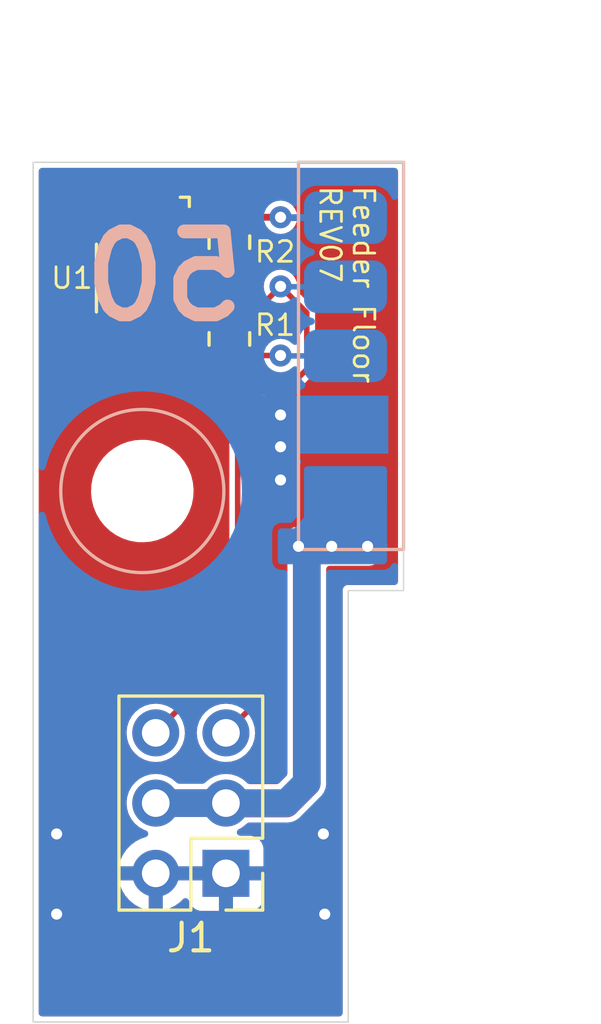
<source format=kicad_pcb>
(kicad_pcb (version 20221018) (generator pcbnew)
  (layers (0 "F.Cu" signal) (31 "B.Cu" signal) (34 "B.Paste" user) (35 "F.Paste" user) (36 "B.SilkS" user "B.Silkscreen") (37 "F.SilkS" user "F.Silkscreen") (38 "B.Mask" user) (39 "F.Mask" user) (44 "Edge.Cuts" user))
  (net 0 "")
  (net 1 "GND")
  (net 2 "1WIRE")
  (net 3 "VIN")
  (net 4 "RS-485+")
  (net 5 "RS-485-")
  (footprint "Connector_PinHeader_2.54mm:PinHeader_2x03_P2.54mm_Vertical" (layer "F.Cu") (at 28.225 50.825 180)
    (fp_text reference "J1" (at 1.27 -2.33 180) (layer "F.SilkS"))
    (fp_text value "IDC")
    (fp_line (start -1.33 -1.33) (end 0 -1.33) (stroke (width 0.12)) (layer "F.SilkS"))
    (fp_line (start -1.33 0) (end -1.33 -1.33) (stroke (width 0.12)) (layer "F.SilkS"))
    (fp_line (start -1.33 1.27) (end -1.33 6.41) (stroke (width 0.12)) (layer "F.SilkS"))
    (fp_line (start -1.33 1.27) (end 1.27 1.27) (stroke (width 0.12)) (layer "F.SilkS"))
    (fp_line (start -1.33 6.41) (end 3.87 6.41) (stroke (width 0.12)) (layer "F.SilkS"))
    (fp_line (start 1.27 -1.33) (end 3.87 -1.33) (stroke (width 0.12)) (layer "F.SilkS"))
    (fp_line (start 1.27 1.27) (end 1.27 -1.33) (stroke (width 0.12)) (layer "F.SilkS"))
    (fp_line (start 3.87 -1.33) (end 3.87 6.41) (stroke (width 0.12)) (layer "F.SilkS"))
    (pad "1" thru_hole rect (at 0 0 180) (size 1.7 1.7) (drill 1) (layers "*.Cu" "*.Mask") (net 1 "GND"))
    (pad "2" thru_hole oval (at 2.54 0 180) (size 1.7 1.7) (drill 1) (layers "*.Cu" "*.Mask") (net 1 "GND"))
    (pad "3" thru_hole oval (at 0 2.54 180) (size 1.7 1.7) (drill 1) (layers "*.Cu" "*.Mask") (net 3 "VIN"))
    (pad "4" thru_hole oval (at 2.54 2.54 180) (size 1.7 1.7) (drill 1) (layers "*.Cu" "*.Mask") (net 3 "VIN"))
    (pad "5" thru_hole oval (at 0 5.08 180) (size 1.7 1.7) (drill 1) (layers "*.Cu" "*.Mask") (net 4 "RS-485+"))
    (pad "6" thru_hole oval (at 2.54 5.08 180) (size 1.7 1.7) (drill 1) (layers "*.Cu" "*.Mask") (net 5 "RS-485-"))
  )
  (footprint "MountingHole:MountingHole_3.2mm_M3" (layer "F.Cu") (at 25.2 37)
    (fp_text reference "H1" hide)
    (fp_text value "MountingHole")
    (pad "" np_thru_hole circle (at 0 0) (size 3.2 3.2) (drill 3.2) (layers "*.Cu" "*.Mask"))
  )
  (footprint "feeder:DS28E07_MULTI" (layer "F.Cu") (at 25.15 29.3 -90)
    (fp_text reference "U1" (at 0 2.5 180) (layer "F.SilkS") (effects (font (size 0.75 0.75) (thickness 0.1))))
    (fp_text value "DS28E07")
    (fp_line (start -1.15 -0.9) (end -0.75 -0.5) (stroke (width 0.2)) (layer "F.Cu"))
    (fp_line (start -0.75 -0.5) (end -0.75 0.45) (stroke (width 0.2)) (layer "F.Cu"))
    (fp_line (start -0.75 0.45) (end -1.15 0.9) (stroke (width 0.2)) (layer "F.Cu"))
    (fp_line (start -2.925 -1.75) (end -2.5875 -1.75) (stroke (width 0.12)) (layer "F.SilkS"))
    (fp_line (start -2.925 -1.425) (end -2.925 -1.75) (stroke (width 0.12)) (layer "F.SilkS"))
    (fp_line (start -1.225 1.61) (end 1.225 1.61) (stroke (width 0.12)) (layer "F.SilkS"))
    (fp_line (start 0 -1.61) (end 1.225 -1.61) (stroke (width 0.12)) (layer "F.SilkS"))
    (pad "1" smd custom (at -1.45 -1 270) (size 0.8 0.4) (layers "F.Cu" "F.Paste" "F.Mask") (net 1 "GND") (options (clearance outline) (anchor rect)) (primitives (gr_poly (pts (xy 0.1 -0.125) (xy -1.2 -0.125) (xy -1.2 -0.475) (xy 0.1 -0.475)) (width 0.2) (fill yes))))
    (pad "2" smd custom (at -1.45 0 270) (size 0.8 0.4) (layers "F.Cu" "F.Paste" "F.Mask") (net 2 "1WIRE") (options (clearance outline) (anchor rect)) (primitives (gr_poly (pts (xy 0.1 0.2) (xy -1.2 0.2) (xy -1.2 -0.2) (xy 0.1 -0.2)) (width 0.2) (fill yes))))
    (pad "3" smd custom (at -1.45 1 270) (size 0.8 0.4) (layers "F.Cu" "F.Paste" "F.Mask") (options (clearance outline) (anchor rect)) (primitives (gr_poly (pts (xy 0.1 0.475) (xy -1.2 0.475) (xy -1.2 0.125) (xy 0.1 0.125)) (width 0.2) (fill yes))))
    (pad "4" smd custom (at 1.45 1 270) (size 0.8 0.4) (layers "F.Cu" "F.Paste" "F.Mask") (options (clearance outline) (anchor rect)) (primitives (gr_poly (pts (xy 1.2 0.475) (xy -0.1 0.475) (xy -0.1 0.125) (xy 1.2 0.125)) (width 0.2) (fill yes))))
    (pad "5" smd custom (at 1.45 0 270) (size 0.8 0.4) (layers "F.Cu" "F.Paste" "F.Mask") (options (clearance outline) (anchor rect)) (primitives (gr_poly (pts (xy 1.2 0.2) (xy -0.1 0.2) (xy -0.1 -0.2) (xy 1.2 -0.2)) (width 0.2) (fill yes))))
    (pad "6" smd custom (at 1.45 -1 270) (size 0.8 0.4) (layers "F.Cu" "F.Paste" "F.Mask") (options (clearance outline) (anchor rect)) (primitives (gr_poly (pts (xy 1.2 -0.125) (xy -0.1 -0.125) (xy -0.1 -0.475) (xy 1.2 -0.475)) (width 0.2) (fill yes))))
  )
  (footprint "Resistor_SMD:R_0805_2012Metric" (layer "F.Cu") (at 28.35 31.5 90)
    (fp_text reference "R1" (at 0.5 1.65 180) (layer "F.SilkS") (effects (font (size 0.75 0.75) (thickness 0.1))))
    (fp_text value "120R")
    (fp_line (start -0.227064 -0.735) (end 0.227064 -0.735) (stroke (width 0.12)) (layer "F.SilkS"))
    (fp_line (start -0.227064 0.735) (end 0.227064 0.735) (stroke (width 0.12)) (layer "F.SilkS"))
    (pad "1" smd roundrect (at -0.9125 0 90) (size 1.025 1.4) (layers "F.Cu" "F.Paste" "F.Mask") (roundrect_rratio 0.243902439) (net 5 "RS-485-"))
    (pad "2" smd roundrect (at 0.9125 0 90) (size 1.025 1.4) (layers "F.Cu" "F.Paste" "F.Mask") (roundrect_rratio 0.243902439) (net 4 "RS-485+"))
  )
  (footprint "Resistor_SMD:R_0805_2012Metric" (layer "F.Cu") (at 28.35 28 -90)
    (fp_text reference "R2" (at 0.35 -1.65) (layer "F.SilkS") (effects (font (size 0.75 0.75) (thickness 0.1))))
    (fp_text value "1M")
    (fp_line (start -0.227064 -0.735) (end 0.227064 -0.735) (stroke (width 0.12)) (layer "F.SilkS"))
    (fp_line (start -0.227064 0.735) (end 0.227064 0.735) (stroke (width 0.12)) (layer "F.SilkS"))
    (pad "1" smd roundrect (at -0.9125 0 270) (size 1.025 1.4) (layers "F.Cu" "F.Paste" "F.Mask") (roundrect_rratio 0.243902439) (net 2 "1WIRE"))
    (pad "2" smd roundrect (at 0.9125 0 270) (size 1.025 1.4) (layers "F.Cu" "F.Paste" "F.Mask") (roundrect_rratio 0.243902439) (net 1 "GND"))
  )
  (footprint "feeder:AVX-915-005-541-Contact-Surface" (layer "B.Cu") (at 32.550114 27.113687 -90)
    (fp_text reference "J2" hide)
    (fp_text value "Conn_01x05_Female")
    (fp_line (start -2 -2.1) (end 12 -2.1) (stroke (width 0.12)) (layer "B.SilkS"))
    (fp_line (start -2 1.7) (end -2 -2.1) (stroke (width 0.12)) (layer "B.SilkS"))
    (fp_line (start -2 1.7) (end 12 1.7) (stroke (width 0.12)) (layer "B.SilkS"))
    (fp_line (start 12 1.7) (end 12 -2.1) (stroke (width 0.12)) (layer "B.SilkS"))
    (pad "1" smd roundrect (at 0 0 270) (size 1.9 3) (layers "B.Cu" "B.Paste" "B.Mask") (net 2 "1WIRE"))
    (pad "2" smd roundrect (at 2.5 0 270) (size 1.9 3) (layers "B.Cu" "B.Paste" "B.Mask") (net 4 "RS-485+"))
    (pad "3" smd roundrect (at 5 0 270) (size 1.9 3) (layers "B.Cu" "B.Paste" "B.Mask") (net 5 "RS-485-"))
    (pad "4" smd roundrect (at 7.5 0 270) (size 1.9 3) (layers "B.Cu" "B.Paste" "B.Mask") (net 1 "GND"))
    (pad "5" smd roundrect (at 10 0 270) (size 1.9 3) (layers "B.Cu" "B.Paste" "B.Mask") (net 3 "VIN"))
  )
  (gr_circle (center 25.2 37) (end 22.25 37) (stroke (width 0.12)) (fill none) (layer "B.SilkS"))
  (gr_line (start 32.650114 40.6) (end 32.65 56.2) (stroke (width 0.05)) (layer "Edge.Cuts"))
  (gr_line (start 34.650114 25.113687) (end 34.650114 40.6) (stroke (width 0.05)) (layer "Edge.Cuts"))
  (gr_line (start 29.650114 25.113687) (end 21.250114 25.113687) (stroke (width 0.05)) (layer "Edge.Cuts"))
  (gr_line (start 32.650114 40.6) (end 34.650114 40.6) (stroke (width 0.05)) (layer "Edge.Cuts"))
  (gr_line (start 29.650114 25.113687) (end 34.650114 25.113687) (stroke (width 0.05)) (layer "Edge.Cuts"))
  (gr_line (start 21.25 56.2) (end 21.250114 25.113687) (stroke (width 0.05)) (layer "Edge.Cuts"))
  (gr_line (start 32.65 56.2) (end 21.25 56.2) (stroke (width 0.05)) (layer "Edge.Cuts"))
  (gr_text "50" (at 26 29.25) (layer "B.SilkS") (effects (font (size 3 3) (thickness 0.5)) (justify mirror)))
  (gr_text "Feeder Floor\nREV07" (at 32.6 25.9 270) (layer "F.SilkS") (effects (font (size 0.75 0.75) (thickness 0.1)) (justify left)))
  (segment (start 28.9875 28.9125) (end 29.6 28.3) (width 0.5) (layer "F.Cu") (net 1))
  (segment (start 26.975481 27.725481) (end 26.15 27.725481) (width 0.5) (layer "F.Cu") (net 1))
  (segment (start 28.35 28.9125) (end 28.9875 28.9125) (width 0.5) (layer "F.Cu") (net 1))
  (segment (start 30.7 34.25) (end 30.2 34.25) (width 0.5) (layer "F.Cu") (net 1))
  (segment (start 28.35 28.9125) (end 28.1625 28.9125) (width 0.5) (layer "F.Cu") (net 1))
  (segment (start 32.45 32.5) (end 30.7 34.25) (width 0.5) (layer "F.Cu") (net 1))
  (segment (start 28.1625 28.9125) (end 26.975481 27.725481) (width 0.5) (layer "F.Cu") (net 1))
  (segment (start 30.75 28.3) (end 32.45 30) (width 0.5) (layer "F.Cu") (net 1))
  (segment (start 32.45 30) (end 32.45 32.5) (width 0.5) (layer "F.Cu") (net 1))
  (segment (start 29.6 28.3) (end 30.75 28.3) (width 0.5) (layer "F.Cu") (net 1))
  (via (at 30.2 36.6) (size 0.8) (drill 0.4) (layers "F.Cu" "B.Cu") (net 1))
  (via (at 30.2 34.25) (size 0.8) (drill 0.4) (layers "F.Cu" "B.Cu") (net 1))
  (via (at 31.75 49.4) (size 0.8) (drill 0.4) (layers "F.Cu" "B.Cu") (net 1))
  (via (at 30.2 35.4) (size 0.8) (drill 0.4) (layers "F.Cu" "B.Cu") (net 1))
  (via (at 31.8 52.3) (size 0.8) (drill 0.4) (layers "F.Cu" "B.Cu") (net 1))
  (via (at 22.1 49.4) (size 0.8) (drill 0.4) (layers "F.Cu" "B.Cu") (net 1))
  (via (at 22.1 52.3) (size 0.8) (drill 0.4) (layers "F.Cu" "B.Cu") (net 1))
  (segment (start 25.15 27.85) (end 25.15 26.85) (width 0.25) (layer "F.Cu") (net 2))
  (segment (start 30.2 27.1) (end 28.3625 27.1) (width 0.25) (layer "F.Cu") (net 2))
  (segment (start 27.3625 26.1) (end 28.35 27.0875) (width 0.25) (layer "F.Cu") (net 2))
  (segment (start 25.9 26.1) (end 27.3625 26.1) (width 0.25) (layer "F.Cu") (net 2))
  (segment (start 28.3625 27.1) (end 28.35 27.0875) (width 0.25) (layer "F.Cu") (net 2))
  (segment (start 25.15 26.85) (end 25.9 26.1) (width 0.25) (layer "F.Cu") (net 2))
  (via (at 30.2 27.1) (size 0.8) (drill 0.4) (layers "F.Cu" "B.Cu") (net 2))
  (segment (start 30.213687 27.113687) (end 32.550114 27.113687) (width 0.25) (layer "B.Cu") (net 2))
  (segment (start 30.2 27.1) (end 30.213687 27.113687) (width 0.25) (layer "B.Cu") (net 2))
  (segment (start 31.15 47.559022) (end 31.15 39.3) (width 1) (layer "F.Cu") (net 3))
  (segment (start 28.24 48.3) (end 30.409022 48.3) (width 1) (layer "F.Cu") (net 3))
  (segment (start 30.85 39) (end 32.05 39) (width 1) (layer "F.Cu") (net 3))
  (segment (start 28.225 48.285) (end 28.24 48.3) (width 1) (layer "F.Cu") (net 3))
  (segment (start 30.409022 48.3) (end 31.15 47.559022) (width 1) (layer "F.Cu") (net 3))
  (segment (start 31.15 39.3) (end 30.85 39) (width 1) (layer "F.Cu") (net 3))
  (segment (start 33.35 39) (end 30.85 39) (width 1) (layer "F.Cu") (net 3))
  (segment (start 28.225 48.285) (end 25.685 48.285) (width 1) (layer "F.Cu") (net 3))
  (via (at 30.85 39) (size 0.8) (drill 0.4) (layers "F.Cu" "B.Cu") (net 3))
  (via (at 33.35 39) (size 0.8) (drill 0.4) (layers "F.Cu" "B.Cu") (net 3))
  (via (at 32.05 39) (size 0.8) (drill 0.4) (layers "F.Cu" "B.Cu") (net 3))
  (segment (start 25.685 48.285) (end 28.225 48.285) (width 1) (layer "B.Cu") (net 3))
  (segment (start 31.15 47.55) (end 30.415 48.285) (width 1) (layer "B.Cu") (net 3))
  (segment (start 31.15 39) (end 31.15 47.55) (width 1) (layer "B.Cu") (net 3))
  (segment (start 30.415 48.285) (end 28.225 48.285) (width 1) (layer "B.Cu") (net 3))
  (segment (start 32.05 39) (end 31.15 39) (width 1) (layer "B.Cu") (net 3))
  (segment (start 30.65 33.1) (end 29.7 33.1) (width 0.2) (layer "F.Cu") (net 4))
  (segment (start 29.1 33.7) (end 29.1 44.87) (width 0.2) (layer "F.Cu") (net 4))
  (segment (start 31.15 30.55) (end 31.15 32.6) (width 0.2) (layer "F.Cu") (net 4))
  (segment (start 31.15 32.6) (end 30.65 33.1) (width 0.2) (layer "F.Cu") (net 4))
  (segment (start 29.2125 30.5875) (end 28.35 30.5875) (width 0.2) (layer "F.Cu") (net 4))
  (segment (start 29.1 44.87) (end 28.225 45.745) (width 0.2) (layer "F.Cu") (net 4))
  (segment (start 30.2 29.6) (end 31.15 30.55) (width 0.2) (layer "F.Cu") (net 4))
  (segment (start 29.7 33.1) (end 29.1 33.7) (width 0.2) (layer "F.Cu") (net 4))
  (segment (start 30.2 29.6) (end 29.2125 30.5875) (width 0.2) (layer "F.Cu") (net 4))
  (via (at 30.2 29.6) (size 0.8) (drill 0.4) (layers "F.Cu" "B.Cu") (net 4))
  (segment (start 30.213687 29.613687) (end 32.550114 29.613687) (width 0.2) (layer "B.Cu") (net 4))
  (segment (start 30.2 29.6) (end 30.213687 29.613687) (width 0.2) (layer "B.Cu") (net 4))
  (segment (start 25.685 45.715) (end 28.65 42.75) (width 0.2) (layer "F.Cu") (net 5))
  (segment (start 30.2 32.1) (end 28.6625 32.1) (width 0.2) (layer "F.Cu") (net 5))
  (segment (start 28.65 32.7125) (end 28.35 32.4125) (width 0.2) (layer "F.Cu") (net 5))
  (segment (start 25.685 45.745) (end 25.685 45.715) (width 0.2) (layer "F.Cu") (net 5))
  (segment (start 28.65 42.75) (end 28.65 32.7125) (width 0.2) (layer "F.Cu") (net 5))
  (segment (start 28.6625 32.1) (end 28.35 32.4125) (width 0.2) (layer "F.Cu") (net 5))
  (via (at 30.2 32.1) (size 0.8) (drill 0.4) (layers "F.Cu" "B.Cu") (net 5))
  (segment (start 30.2 32.1) (end 30.213687 32.113687) (width 0.2) (layer "B.Cu") (net 5))
  (segment (start 30.213687 32.113687) (end 32.550114 32.113687) (width 0.2) (layer "B.Cu") (net 5))
  (zone (net 1) (net_name "GND") (layers "F&B.Cu") (connect_pads (clearance 0.2)) (min_thickness 0.254) (fill yes (thermal_gap 0.508) (thermal_bridge_width 0.508))
    (polygon (pts (xy 34.75 40.7) (xy 32.75 40.7) (xy 32.75 56.3) (xy 21.15 56.3) (xy 21.15 25) (xy 34.75 25)))
  )
  (zone (net 1) (net_name "GND") (layer "B.Cu") (priority 20) (connect_pads yes (clearance 0.2)) (min_thickness 0.254) (fill yes (thermal_gap 0.508) (thermal_bridge_width 0.508))
    (polygon (pts (xy 31.15 33.55) (xy 34.1 33.55) (xy 34.1 35.65) (xy 30.85 35.65) (xy 30.6 36.95) (xy 29.5 36.95) (xy 29.5 33.55) (xy 30.85 33.55)))
  )
  (zone (net 3) (net_name "VIN") (layer "B.Cu") (priority 20) (connect_pads yes (clearance 0.2)) (min_thickness 0.254) (fill yes (thermal_gap 0.508) (thermal_bridge_width 0.508))
    (polygon (pts (xy 34.05 39.65) (xy 30.1 39.65) (xy 30.1 38.35) (xy 30.7 38.35) (xy 31.05 37.95) (xy 31.05 36.1) (xy 34.05 36.1)))
  )
)
</source>
